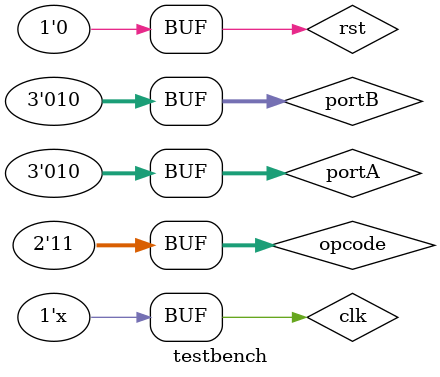
<source format=v>
`timescale 1ns / 1ps


module testbench;

	// Inputs
	reg [2:0] portA;
	reg [2:0] portB;
	reg [1:0] opcode;
	reg clk;
	reg rst;

	// Outputs
	wire [0:6] sseg;
	wire [3:0] an;

	// Instantiate the Unit Under Test (UUT)
	alu uut (
		.portA(portA), 
		.portB(portB), 
		.opcode(opcode), 
		.sseg(sseg), 
		.an(an), 
		.clk(clk), 
		.rst(rst)
	);


	initial begin
		// Initialize Inputs
		opcode = 0;
		clk = 0;
		rst = 1;
		portA=2;
		portB=2;
		
		// Wait 100 ns for global reset to finish
		#10;
        
		rst = 0;
		// Add stimulus here
		
		#50 opcode = 0;
		
		#50 opcode = 1;
		
		#50 opcode = 2;
		
		#50 opcode = 3;
		
	end
   
	always #1 clk = ~clk;
      
endmodule


</source>
